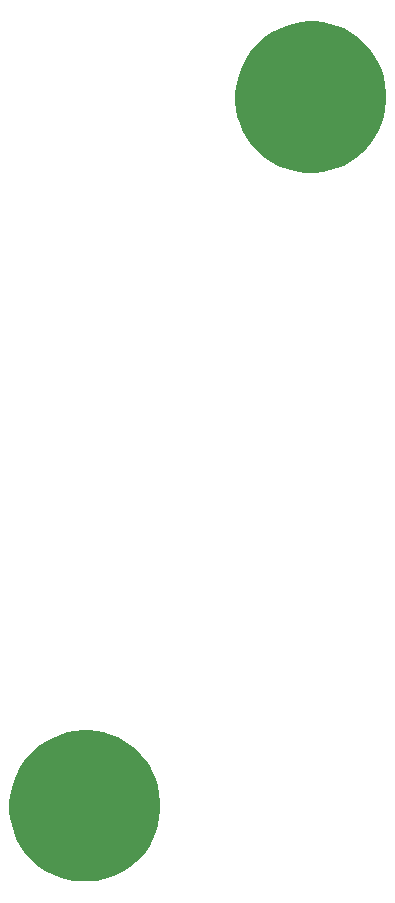
<source format=gko>
G04 Layer_Color=16711935*
%FSLAX25Y25*%
%MOIN*%
G70*
G01*
G75*
G36*
X242534Y167962D02*
X244914Y167489D01*
X247236Y166784D01*
X249478Y165856D01*
X251619Y164711D01*
X253637Y163363D01*
X255512Y161824D01*
X257229Y160108D01*
X258768Y158231D01*
X260116Y156214D01*
X261261Y154073D01*
X262189Y151831D01*
X262894Y149509D01*
X263367Y147129D01*
X263605Y144713D01*
Y142500D01*
X263605Y142500D01*
X263605D01*
Y141287D01*
X263367Y138871D01*
X262894Y136491D01*
X262189Y134169D01*
X261261Y131927D01*
X260116Y129786D01*
X258768Y127769D01*
X257229Y125892D01*
X255512Y124176D01*
X253637Y122637D01*
X251619Y121289D01*
X249478Y120144D01*
X247236Y119216D01*
X244914Y118511D01*
X242534Y118038D01*
X240118Y117800D01*
X236892D01*
X234476Y118038D01*
X232096Y118511D01*
X229774Y119216D01*
X227532Y120144D01*
X225391Y121289D01*
X223374Y122637D01*
X221498Y124176D01*
X219781Y125892D01*
X218242Y127769D01*
X216894Y129786D01*
X215750Y131927D01*
X214821Y134169D01*
X214116Y136491D01*
X213643Y138871D01*
X213405Y141287D01*
Y142700D01*
X213405Y142700D01*
X213405Y142700D01*
Y143953D01*
X213651Y146446D01*
X214139Y148904D01*
X214867Y151301D01*
X215826Y153616D01*
X217006Y155825D01*
X218398Y157909D01*
X219988Y159845D01*
X221760Y161617D01*
X223696Y163207D01*
X225780Y164599D01*
X227989Y165779D01*
X230304Y166738D01*
X232701Y167466D01*
X235159Y167954D01*
X237652Y168200D01*
X240118D01*
X242534Y167962D01*
D02*
G37*
G36*
X317834Y404262D02*
X320214Y403789D01*
X322536Y403084D01*
X324778Y402155D01*
X326919Y401011D01*
X328937Y399663D01*
X330813Y398124D01*
X332529Y396408D01*
X334068Y394531D01*
X335416Y392514D01*
X336561Y390373D01*
X337489Y388131D01*
X338194Y385809D01*
X338667Y383429D01*
X338905Y381013D01*
Y378800D01*
X338905Y378800D01*
X338905D01*
Y377587D01*
X338667Y375171D01*
X338194Y372791D01*
X337489Y370469D01*
X336561Y368227D01*
X335416Y366086D01*
X334068Y364069D01*
X332529Y362193D01*
X330813Y360476D01*
X328937Y358937D01*
X326919Y357589D01*
X324778Y356445D01*
X322536Y355516D01*
X320214Y354811D01*
X317834Y354338D01*
X315418Y354100D01*
X312192D01*
X309776Y354338D01*
X307396Y354811D01*
X305074Y355516D01*
X302832Y356445D01*
X300691Y357589D01*
X298674Y358937D01*
X296797Y360476D01*
X295081Y362193D01*
X293542Y364069D01*
X292194Y366086D01*
X291050Y368227D01*
X290121Y370469D01*
X289416Y372791D01*
X288943Y375171D01*
X288705Y377587D01*
Y379000D01*
X288705Y379000D01*
X288705Y379000D01*
Y380253D01*
X288951Y382746D01*
X289439Y385204D01*
X290167Y387601D01*
X291125Y389916D01*
X292306Y392125D01*
X293699Y394209D01*
X295288Y396145D01*
X297060Y397917D01*
X298996Y399506D01*
X301080Y400899D01*
X303289Y402079D01*
X305604Y403038D01*
X308001Y403766D01*
X310459Y404254D01*
X312952Y404500D01*
X315418D01*
X317834Y404262D01*
D02*
G37*
M02*

</source>
